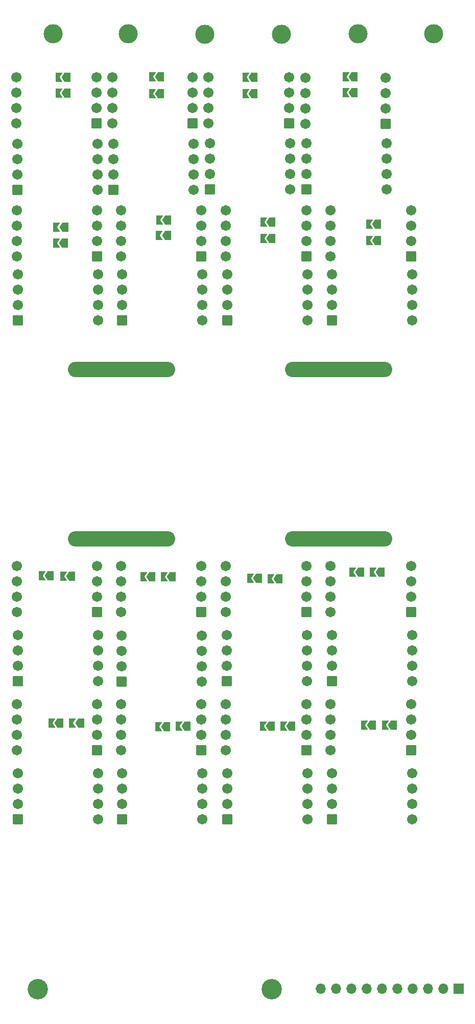
<source format=gbs>
G04 #@! TF.GenerationSoftware,KiCad,Pcbnew,7.0.1*
G04 #@! TF.CreationDate,2024-07-12T16:59:09-07:00*
G04 #@! TF.ProjectId,air_foil_pcb,6169725f-666f-4696-9c5f-7063622e6b69,rev?*
G04 #@! TF.SameCoordinates,Original*
G04 #@! TF.FileFunction,Soldermask,Bot*
G04 #@! TF.FilePolarity,Negative*
%FSLAX46Y46*%
G04 Gerber Fmt 4.6, Leading zero omitted, Abs format (unit mm)*
G04 Created by KiCad (PCBNEW 7.0.1) date 2024-07-12 16:59:09*
%MOMM*%
%LPD*%
G01*
G04 APERTURE LIST*
G04 Aperture macros list*
%AMRoundRect*
0 Rectangle with rounded corners*
0 $1 Rounding radius*
0 $2 $3 $4 $5 $6 $7 $8 $9 X,Y pos of 4 corners*
0 Add a 4 corners polygon primitive as box body*
4,1,4,$2,$3,$4,$5,$6,$7,$8,$9,$2,$3,0*
0 Add four circle primitives for the rounded corners*
1,1,$1+$1,$2,$3*
1,1,$1+$1,$4,$5*
1,1,$1+$1,$6,$7*
1,1,$1+$1,$8,$9*
0 Add four rect primitives between the rounded corners*
20,1,$1+$1,$2,$3,$4,$5,0*
20,1,$1+$1,$4,$5,$6,$7,0*
20,1,$1+$1,$6,$7,$8,$9,0*
20,1,$1+$1,$8,$9,$2,$3,0*%
%AMFreePoly0*
4,1,6,1.000000,0.000000,0.500000,-0.750000,-0.500000,-0.750000,-0.500000,0.750000,0.500000,0.750000,1.000000,0.000000,1.000000,0.000000,$1*%
%AMFreePoly1*
4,1,6,0.500000,-0.750000,-0.650000,-0.750000,-0.150000,0.000000,-0.650000,0.750000,0.500000,0.750000,0.500000,-0.750000,0.500000,-0.750000,$1*%
G04 Aperture macros list end*
%ADD10C,3.379000*%
%ADD11O,17.780000X2.540000*%
%ADD12C,3.175000*%
%ADD13RoundRect,0.102000X0.750000X0.750000X-0.750000X0.750000X-0.750000X-0.750000X0.750000X-0.750000X0*%
%ADD14C,1.704000*%
%ADD15RoundRect,0.102000X-0.750000X-0.750000X0.750000X-0.750000X0.750000X0.750000X-0.750000X0.750000X0*%
%ADD16FreePoly0,180.000000*%
%ADD17FreePoly1,180.000000*%
%ADD18O,1.700000X1.700000*%
%ADD19R,1.700000X1.700000*%
G04 APERTURE END LIST*
D10*
X25679800Y-185928000D03*
X64439800Y-185928000D03*
D11*
X75545400Y-111362300D03*
X75545400Y-83362300D03*
X39545400Y-111362300D03*
X39545400Y-83362300D03*
D12*
X28190800Y-27863800D03*
X40690800Y-27863800D03*
X53390800Y-27876300D03*
X66090800Y-27876300D03*
X78790800Y-27863800D03*
X91290800Y-27863800D03*
D13*
X83328600Y-42709600D03*
D14*
X83328600Y-40169600D03*
X83328600Y-37629600D03*
X83328600Y-35089600D03*
X70028600Y-35089600D03*
X70028600Y-37629600D03*
X70028600Y-40169600D03*
X70028600Y-42709600D03*
D13*
X35449600Y-42633400D03*
D14*
X35449600Y-40093400D03*
X35449600Y-37553400D03*
X35449600Y-35013400D03*
X22149600Y-35013400D03*
X22149600Y-37553400D03*
X22149600Y-40093400D03*
X22149600Y-42633400D03*
X38075400Y-42645600D03*
X38075400Y-40105600D03*
X38075400Y-37565600D03*
X38075400Y-35025600D03*
X51375400Y-35025600D03*
X51375400Y-37565600D03*
X51375400Y-40105600D03*
D13*
X51375400Y-42645600D03*
X67302000Y-42645600D03*
D14*
X67302000Y-40105600D03*
X67302000Y-37565600D03*
X67302000Y-35025600D03*
X54002000Y-35025600D03*
X54002000Y-37565600D03*
X54002000Y-40105600D03*
X54002000Y-42645600D03*
D15*
X38236600Y-53603350D03*
D14*
X38236600Y-51063350D03*
X38236600Y-48523350D03*
X38236600Y-45983350D03*
X51536600Y-45983350D03*
X51536600Y-48523350D03*
X51536600Y-51063350D03*
X51536600Y-53603350D03*
D15*
X54203600Y-53543200D03*
D14*
X54203600Y-51003200D03*
X54203600Y-48463200D03*
X54203600Y-45923200D03*
X67503600Y-45923200D03*
X67503600Y-48463200D03*
X67503600Y-51003200D03*
X67503600Y-53543200D03*
D15*
X70184200Y-53533350D03*
D14*
X70184200Y-50993350D03*
X70184200Y-48453350D03*
X70184200Y-45913350D03*
X83484200Y-45913350D03*
X83484200Y-48453350D03*
X83484200Y-50993350D03*
X83484200Y-53533350D03*
D15*
X22326600Y-53670200D03*
D14*
X22326600Y-51130200D03*
X22326600Y-48590200D03*
X22326600Y-46050200D03*
X35626600Y-46050200D03*
X35626600Y-48590200D03*
X35626600Y-51130200D03*
X35626600Y-53670200D03*
D13*
X87540600Y-64686800D03*
D14*
X87540600Y-62146800D03*
X87540600Y-59606800D03*
X87540600Y-57066800D03*
X74240600Y-57066800D03*
X74240600Y-59606800D03*
X74240600Y-62146800D03*
X74240600Y-64686800D03*
X22177400Y-64686800D03*
X22177400Y-62146800D03*
X22177400Y-59606800D03*
X22177400Y-57066800D03*
X35477400Y-57066800D03*
X35477400Y-59606800D03*
X35477400Y-62146800D03*
D13*
X35477400Y-64686800D03*
D14*
X39469200Y-64680600D03*
X39469200Y-62140600D03*
X39469200Y-59600600D03*
X39469200Y-57060600D03*
X52769200Y-57060600D03*
X52769200Y-59600600D03*
X52769200Y-62140600D03*
D13*
X52769200Y-64680600D03*
X70186200Y-64686800D03*
D14*
X70186200Y-62146800D03*
X70186200Y-59606800D03*
X70186200Y-57066800D03*
X56886200Y-57066800D03*
X56886200Y-59606800D03*
X56886200Y-62146800D03*
X56886200Y-64686800D03*
D15*
X39669200Y-75253200D03*
D14*
X39669200Y-72713200D03*
X39669200Y-70173200D03*
X39669200Y-67633200D03*
X52969200Y-67633200D03*
X52969200Y-70173200D03*
X52969200Y-72713200D03*
X52969200Y-75253200D03*
D15*
X57086200Y-75253200D03*
D14*
X57086200Y-72713200D03*
X57086200Y-70173200D03*
X57086200Y-67633200D03*
X70386200Y-67633200D03*
X70386200Y-70173200D03*
X70386200Y-72713200D03*
X70386200Y-75253200D03*
D15*
X74440600Y-75253200D03*
D14*
X74440600Y-72713200D03*
X74440600Y-70173200D03*
X74440600Y-67633200D03*
X87740600Y-67633200D03*
X87740600Y-70173200D03*
X87740600Y-72713200D03*
X87740600Y-75253200D03*
D15*
X22377400Y-75253200D03*
D14*
X22377400Y-72713200D03*
X22377400Y-70173200D03*
X22377400Y-67633200D03*
X35677400Y-67633200D03*
X35677400Y-70173200D03*
X35677400Y-72713200D03*
X35677400Y-75253200D03*
D13*
X87540600Y-123494800D03*
D14*
X87540600Y-120954800D03*
X87540600Y-118414800D03*
X87540600Y-115874800D03*
X74240600Y-115874800D03*
X74240600Y-118414800D03*
X74240600Y-120954800D03*
X74240600Y-123494800D03*
D13*
X35477400Y-123494800D03*
D14*
X35477400Y-120954800D03*
X35477400Y-118414800D03*
X35477400Y-115874800D03*
X22177400Y-115874800D03*
X22177400Y-118414800D03*
X22177400Y-120954800D03*
X22177400Y-123494800D03*
X39469200Y-123494800D03*
X39469200Y-120954800D03*
X39469200Y-118414800D03*
X39469200Y-115874800D03*
X52769200Y-115874800D03*
X52769200Y-118414800D03*
X52769200Y-120954800D03*
D13*
X52769200Y-123494800D03*
X70186200Y-123494800D03*
D14*
X70186200Y-120954800D03*
X70186200Y-118414800D03*
X70186200Y-115874800D03*
X56886200Y-115874800D03*
X56886200Y-118414800D03*
X56886200Y-120954800D03*
X56886200Y-123494800D03*
D15*
X39557400Y-134975600D03*
D14*
X39557400Y-132435600D03*
X39557400Y-129895600D03*
X39557400Y-127355600D03*
X52857400Y-127355600D03*
X52857400Y-129895600D03*
X52857400Y-132435600D03*
X52857400Y-134975600D03*
D15*
X57001600Y-134965750D03*
D14*
X57001600Y-132425750D03*
X57001600Y-129885750D03*
X57001600Y-127345750D03*
X70301600Y-127345750D03*
X70301600Y-129885750D03*
X70301600Y-132425750D03*
X70301600Y-134965750D03*
X87740600Y-134924800D03*
X87740600Y-132384800D03*
X87740600Y-129844800D03*
X87740600Y-127304800D03*
X74440600Y-127304800D03*
X74440600Y-129844800D03*
X74440600Y-132384800D03*
D15*
X74440600Y-134924800D03*
X22377400Y-134924800D03*
D14*
X22377400Y-132384800D03*
X22377400Y-129844800D03*
X22377400Y-127304800D03*
X35677400Y-127304800D03*
X35677400Y-129844800D03*
X35677400Y-132384800D03*
X35677400Y-134924800D03*
D13*
X35477400Y-146354800D03*
D14*
X35477400Y-143814800D03*
X35477400Y-141274800D03*
X35477400Y-138734800D03*
X22177400Y-138734800D03*
X22177400Y-141274800D03*
X22177400Y-143814800D03*
X22177400Y-146354800D03*
D13*
X52769200Y-146354800D03*
D14*
X52769200Y-143814800D03*
X52769200Y-141274800D03*
X52769200Y-138734800D03*
X39469200Y-138734800D03*
X39469200Y-141274800D03*
X39469200Y-143814800D03*
X39469200Y-146354800D03*
D13*
X70186200Y-146354800D03*
D14*
X70186200Y-143814800D03*
X70186200Y-141274800D03*
X70186200Y-138734800D03*
X56886200Y-138734800D03*
X56886200Y-141274800D03*
X56886200Y-143814800D03*
X56886200Y-146354800D03*
D13*
X87540600Y-146354800D03*
D14*
X87540600Y-143814800D03*
X87540600Y-141274800D03*
X87540600Y-138734800D03*
X74240600Y-138734800D03*
X74240600Y-141274800D03*
X74240600Y-143814800D03*
X74240600Y-146354800D03*
D15*
X22377400Y-157784800D03*
D14*
X22377400Y-155244800D03*
X22377400Y-152704800D03*
X22377400Y-150164800D03*
X35677400Y-150164800D03*
X35677400Y-152704800D03*
X35677400Y-155244800D03*
X35677400Y-157784800D03*
D15*
X39669200Y-157784800D03*
D14*
X39669200Y-155244800D03*
X39669200Y-152704800D03*
X39669200Y-150164800D03*
X52969200Y-150164800D03*
X52969200Y-152704800D03*
X52969200Y-155244800D03*
X52969200Y-157784800D03*
D15*
X57086200Y-157784800D03*
D14*
X57086200Y-155244800D03*
X57086200Y-152704800D03*
X57086200Y-150164800D03*
X70386200Y-150164800D03*
X70386200Y-152704800D03*
X70386200Y-155244800D03*
X70386200Y-157784800D03*
D15*
X74440600Y-157784800D03*
D14*
X74440600Y-155244800D03*
X74440600Y-152704800D03*
X74440600Y-150164800D03*
X87740600Y-150164800D03*
X87740600Y-152704800D03*
X87740600Y-155244800D03*
X87740600Y-157784800D03*
D16*
X78169600Y-34925000D03*
D17*
X76719600Y-34925000D03*
D16*
X30607000Y-35001200D03*
D17*
X29157000Y-35001200D03*
D16*
X46075600Y-34975800D03*
D17*
X44625600Y-34975800D03*
D16*
X61620400Y-35026600D03*
D17*
X60170400Y-35026600D03*
D16*
X78181200Y-37566600D03*
D17*
X76731200Y-37566600D03*
D16*
X30632400Y-37668200D03*
D17*
X29182400Y-37668200D03*
D16*
X46064000Y-37719000D03*
D17*
X44614000Y-37719000D03*
D16*
X61622600Y-37719000D03*
D17*
X60172600Y-37719000D03*
D16*
X82067400Y-59283600D03*
D17*
X80617400Y-59283600D03*
D16*
X30226000Y-59867800D03*
D17*
X28776000Y-59867800D03*
D16*
X47246200Y-58648600D03*
D17*
X45796200Y-58648600D03*
D16*
X64555200Y-58953400D03*
D17*
X63105200Y-58953400D03*
D16*
X82067400Y-62052200D03*
D17*
X80617400Y-62052200D03*
D16*
X30200600Y-62433200D03*
D17*
X28750600Y-62433200D03*
D16*
X47244000Y-61214000D03*
D17*
X45794000Y-61214000D03*
D16*
X64529800Y-61696600D03*
D17*
X63079800Y-61696600D03*
X77814000Y-116890800D03*
D16*
X79264000Y-116890800D03*
D17*
X26365200Y-117500400D03*
D16*
X27815200Y-117500400D03*
D17*
X43203200Y-117652800D03*
D16*
X44653200Y-117652800D03*
D17*
X60870000Y-117944200D03*
D16*
X62320000Y-117944200D03*
D17*
X81229200Y-116890800D03*
D16*
X82679200Y-116890800D03*
D17*
X29907400Y-117551200D03*
D16*
X31357400Y-117551200D03*
D17*
X46630000Y-117621400D03*
D16*
X48080000Y-117621400D03*
D17*
X64273600Y-117957600D03*
D16*
X65723600Y-117957600D03*
X29408800Y-141873800D03*
D17*
X27958800Y-141873800D03*
D16*
X32844400Y-141859000D03*
D17*
X31394400Y-141859000D03*
D16*
X47144600Y-142443200D03*
D17*
X45694600Y-142443200D03*
D16*
X50522800Y-142417800D03*
D17*
X49072800Y-142417800D03*
D16*
X64439800Y-142417800D03*
D17*
X62989800Y-142417800D03*
D16*
X67845600Y-142392400D03*
D17*
X66395600Y-142392400D03*
D16*
X81229200Y-142214600D03*
D17*
X79779200Y-142214600D03*
D16*
X84672000Y-142214600D03*
D17*
X83222000Y-142214600D03*
D18*
X72567800Y-185826400D03*
X75107800Y-185826400D03*
X77647800Y-185826400D03*
X80187800Y-185826400D03*
X82727800Y-185826400D03*
X85267800Y-185826400D03*
X87807800Y-185826400D03*
X90347800Y-185826400D03*
X92887800Y-185826400D03*
D19*
X95427800Y-185826400D03*
M02*

</source>
